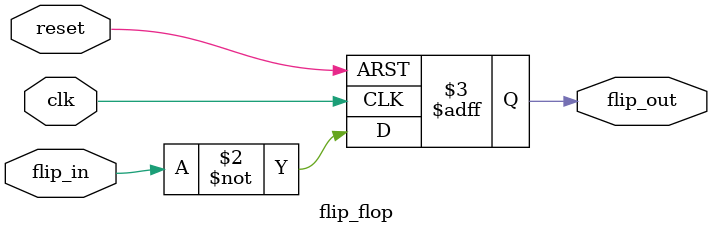
<source format=v>
module flip_flop (reset,flip_in,clk,flip_out);
	// -------------------------- Inputs Declarations ---------------------------- //
	input reset,flip_in,clk;
	// -------------------------- Outputs Declarations ---------------------------- //
	output flip_out;
	// -------------------------- Reg Declarations ---------------------------- //
	reg flip_out;
	
	
	always @(posedge clk or posedge reset)
		begin
			if(reset)
				flip_out<=0;
			else
				flip_out<=~ flip_in;
		end
endmodule
</source>
